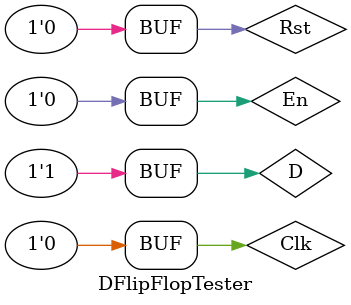
<source format=v>


`timescale 1ns/100ps

module DFlipFlopTester;

  // Define inputs and outputs:
  
  reg Clk, En, Rst, D;
  wire Q;
  
  DFlipFlop MUT (Clk, En, Rst, D, Q);
  
  initial begin
    
    Clk = 0;
    En  = 1;
    Rst = 1;
    D   = 0;
    
  end
  
  initial begin
    #50;
    Rst = 0;
  end
  
  initial begin
    #350;
    En = 0;
  end
  
  initial repeat (20) #20 Clk = ~Clk;
  
  initial begin
    // repeat (10) #30 D = $random;
    D <= #65  1;
    D <= #190 0;
    D <= #265 1;
    D <= #305 0;
    D <= #375 1;
  end
  
  
endmodule
</source>
